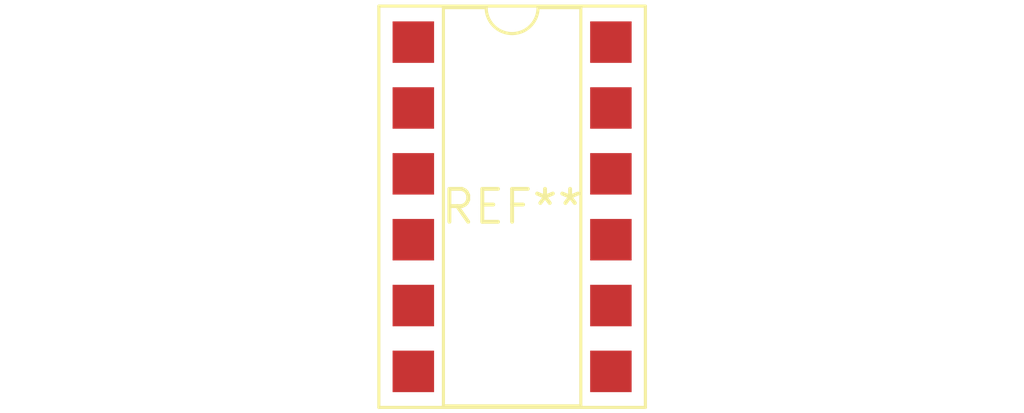
<source format=kicad_pcb>
(kicad_pcb (version 20240108) (generator pcbnew)
  (layers (0 "F.Cu" signal) (31 "B.Cu" signal) (34 "B.Paste" user) (35 "F.Paste" user) (36 "B.SilkS" user "B.Silkscreen") (37 "F.SilkS" user "F.Silkscreen") (38 "B.Mask" user) (39 "F.Mask" user) (44 "Edge.Cuts" user))
  (net 0 "")
  (footprint "DIP-12_W7.62mm_SMDSocket_SmallPads" (layer "F.Cu") (at 0 0)
    (property "Reference" "REF**")
    (property "Value" "DIP-12_W7.62mm_SMDSocket_SmallPads")
    (fp_line (start -5.14 -7.74) (end -5.14 7.74) (layer "F.SilkS") (stroke (width 0.12)))
    (fp_line (start -5.14 7.74) (end 5.14 7.74) (layer "F.SilkS") (stroke (width 0.12)))
    (fp_line (start -2.65 -7.68) (end -2.65 7.68) (layer "F.SilkS") (stroke (width 0.12)))
    (fp_line (start -2.65 7.68) (end 2.65 7.68) (layer "F.SilkS") (stroke (width 0.12)))
    (fp_line (start -1 -7.68) (end -2.65 -7.68) (layer "F.SilkS") (stroke (width 0.12)))
    (fp_line (start 2.65 -7.68) (end 1 -7.68) (layer "F.SilkS") (stroke (width 0.12)))
    (fp_line (start 2.65 7.68) (end 2.65 -7.68) (layer "F.SilkS") (stroke (width 0.12)))
    (fp_line (start 5.14 -7.74) (end -5.14 -7.74) (layer "F.SilkS") (stroke (width 0.12)))
    (fp_line (start 5.14 7.74) (end 5.14 -7.74) (layer "F.SilkS") (stroke (width 0.12)))
    (fp_arc (start 1 -7.68) (mid 0 -6.68) (end -1 -7.68) (layer "F.SilkS") (stroke (width 0.12)))
    (pad "1" smd rect (at -3.81 -6.35) (size 1.6 1.6) (layers "F.Cu" "F.Paste" "F.Mask"))
    (pad "2" smd rect (at -3.81 -3.81) (size 1.6 1.6) (layers "F.Cu" "F.Paste" "F.Mask"))
    (pad "3" smd rect (at -3.81 -1.27) (size 1.6 1.6) (layers "F.Cu" "F.Paste" "F.Mask"))
    (pad "4" smd rect (at -3.81 1.27) (size 1.6 1.6) (layers "F.Cu" "F.Paste" "F.Mask"))
    (pad "5" smd rect (at -3.81 3.81) (size 1.6 1.6) (layers "F.Cu" "F.Paste" "F.Mask"))
    (pad "6" smd rect (at -3.81 6.35) (size 1.6 1.6) (layers "F.Cu" "F.Paste" "F.Mask"))
    (pad "7" smd rect (at 3.81 6.35) (size 1.6 1.6) (layers "F.Cu" "F.Paste" "F.Mask"))
    (pad "8" smd rect (at 3.81 3.81) (size 1.6 1.6) (layers "F.Cu" "F.Paste" "F.Mask"))
    (pad "9" smd rect (at 3.81 1.27) (size 1.6 1.6) (layers "F.Cu" "F.Paste" "F.Mask"))
    (pad "10" smd rect (at 3.81 -1.27) (size 1.6 1.6) (layers "F.Cu" "F.Paste" "F.Mask"))
    (pad "11" smd rect (at 3.81 -3.81) (size 1.6 1.6) (layers "F.Cu" "F.Paste" "F.Mask"))
    (pad "12" smd rect (at 3.81 -6.35) (size 1.6 1.6) (layers "F.Cu" "F.Paste" "F.Mask"))
  )
)
</source>
